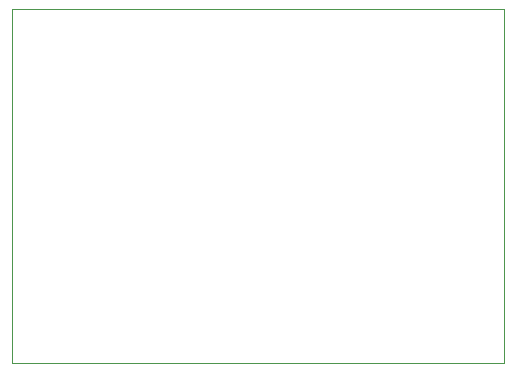
<source format=gbr>
%TF.GenerationSoftware,Altium Limited,Altium Designer,24.0.1 (36)*%
G04 Layer_Color=0*
%FSLAX45Y45*%
%MOMM*%
%TF.SameCoordinates,8CF4B923-E39E-4099-A09F-CB558B098684*%
%TF.FilePolarity,Positive*%
%TF.FileFunction,Profile,NP*%
%TF.Part,Single*%
G01*
G75*
%TA.AperFunction,Profile*%
%ADD66C,0.02540*%
D66*
X0Y0D02*
X4158000D01*
Y3000000D01*
X0D01*
Y0D01*
%TF.MD5,cf1f644496d7543550abb5ddb2a3dff6*%
M02*

</source>
